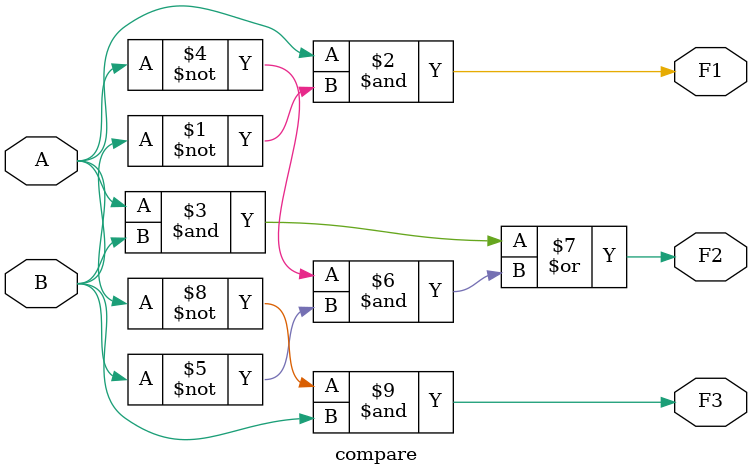
<source format=v>
`timescale 1ns / 1ps


module compare_3(
    input [2:0]A,
    input [2:0]B,
    output F1,
    output F2,
    output F3
    );
    wire F10,F11,F12,F20,F21,F22,F30,F31,F32;
    compare my_compare0(A[0],B[0],F10,F20,F30);
    compare my_compare1(A[1],B[1],F11,F21,F31);
    compare my_compare2(A[2],B[2],F12,F22,F32);
    assign F1=F12|(F22&F11)|(F22&F21&F10);
    assign F2=F22&F21&F20;
    assign F3=(~F1)&(~F2);
endmodule

module compare(
    input A,
    input B,
    output F1,
    output F2,
    output F3
    );
    assign F1=A&(~B);
    assign F2=(A&B)|((~A)&(~B));
    assign F3=(~A)&B;
endmodule
</source>
